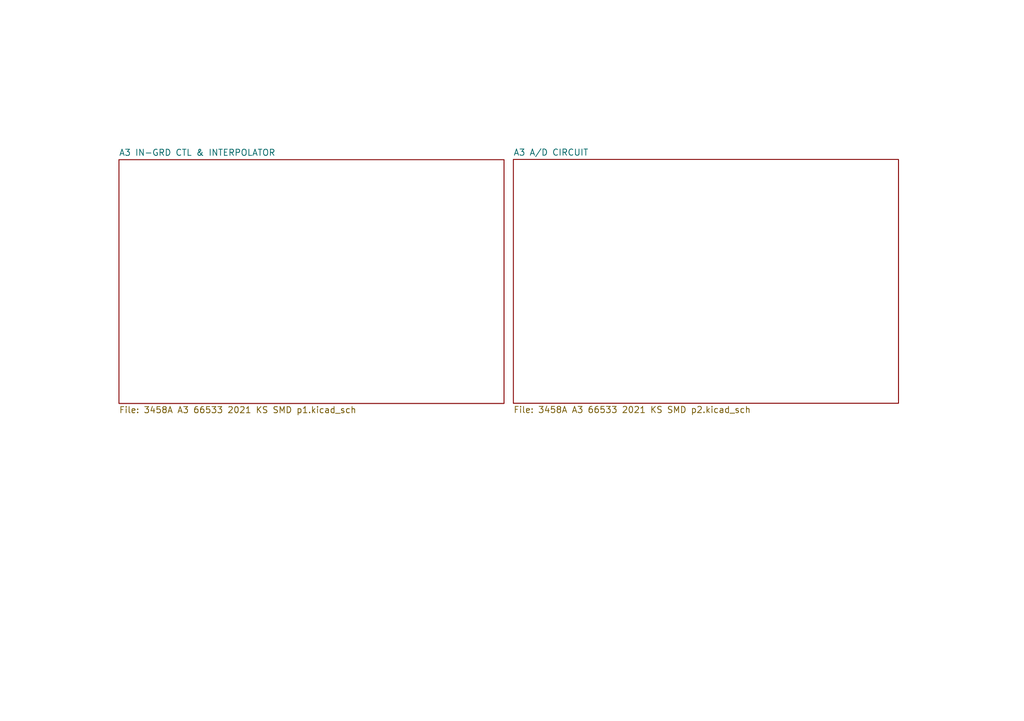
<source format=kicad_sch>
(kicad_sch
	(version 20250114)
	(generator "eeschema")
	(generator_version "9.0")
	(uuid "85bbd1e2-ad6c-4876-8c36-195013da63aa")
	(paper "A5")
	(title_block
		(title "3458A A3 A/D CIRCUIT 03458-66533")
		(date "2025-10-28")
		(rev "002")
	)
	(lib_symbols)
	(sheet
		(at 24.384 32.766)
		(size 78.994 50.038)
		(exclude_from_sim no)
		(in_bom yes)
		(on_board yes)
		(dnp no)
		(fields_autoplaced yes)
		(stroke
			(width 0.1524)
			(type solid)
		)
		(fill
			(color 0 0 0 0.0000)
		)
		(uuid "22dc2653-0ced-4a11-a2c7-cabb287d6773")
		(property "Sheetname" "A3 IN-GRD CTL & INTERPOLATOR"
			(at 24.384 32.0544 0)
			(effects
				(font
					(size 1.27 1.27)
				)
				(justify left bottom)
			)
		)
		(property "Sheetfile" "3458A A3 66533 2021 KS SMD p1.kicad_sch"
			(at 24.384 83.3886 0)
			(effects
				(font
					(size 1.27 1.27)
				)
				(justify left top)
			)
		)
		(instances
			(project "3458A A3 66533 2021 KS SMD"
				(path "/85bbd1e2-ad6c-4876-8c36-195013da63aa"
					(page "1")
				)
			)
		)
	)
	(sheet
		(at 105.275 32.7312)
		(size 78.994 50.038)
		(exclude_from_sim no)
		(in_bom yes)
		(on_board yes)
		(dnp no)
		(fields_autoplaced yes)
		(stroke
			(width 0.1524)
			(type solid)
		)
		(fill
			(color 0 0 0 0.0000)
		)
		(uuid "62b5d91c-32ae-4437-ae8a-218e69e0adc0")
		(property "Sheetname" "A3 A/D CIRCUIT"
			(at 105.275 32.0196 0)
			(effects
				(font
					(size 1.27 1.27)
				)
				(justify left bottom)
			)
		)
		(property "Sheetfile" "3458A A3 66533 2021 KS SMD p2.kicad_sch"
			(at 105.275 83.3538 0)
			(effects
				(font
					(size 1.27 1.27)
				)
				(justify left top)
			)
		)
		(instances
			(project "3458A A3 66533 2021 KS SMD"
				(path "/85bbd1e2-ad6c-4876-8c36-195013da63aa"
					(page "3")
				)
			)
		)
	)
	(sheet_instances
		(path "/"
			(page "0")
		)
	)
	(embedded_fonts no)
)

</source>
